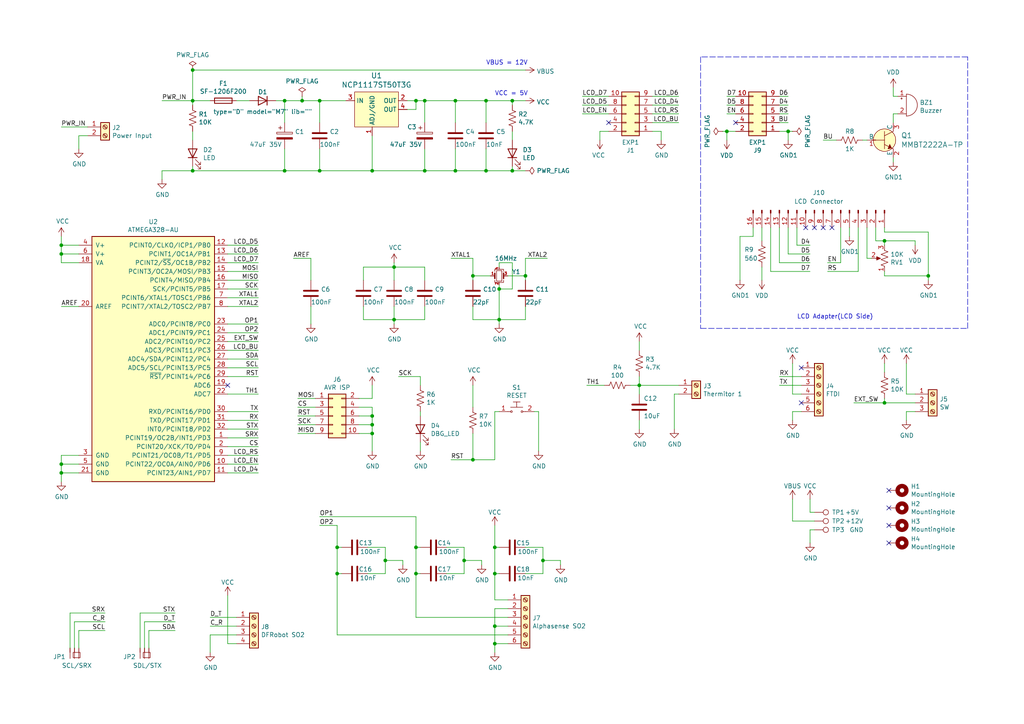
<source format=kicad_sch>
(kicad_sch (version 20211123) (generator eeschema)
  (paper "A4")
  (title_block (title "SO2 Gas Sensor Developer Kit") (date "2022-11-02") (rev "1.1") (company "Yamagata University") (comment 1 "Samiul"))
  (lib_symbols
    (symbol "Connector:Conn_01x16_Male" (pin_names (offset 1.016) hide)
      (property "Reference" "J" (at 0 20.32 0))
      (property "Value" "Conn_01x16_Male" (at 0 -22.86 0))
      (symbol "Conn_01x16_Male_1_1"
        (pin passive line (at 5.08 17.78 180) (length 3.81) (name "Pin_1") (number "1"))
        (pin passive line (at 5.08 -5.08 180) (length 3.81) (name "Pin_10") (number "10"))
        (pin passive line (at 5.08 -7.62 180) (length 3.81) (name "Pin_11") (number "11"))
        (pin passive line (at 5.08 -10.16 180) (length 3.81) (name "Pin_12") (number "12"))
        (pin passive line (at 5.08 -12.7 180) (length 3.81) (name "Pin_13") (number "13"))
        (pin passive line (at 5.08 -15.24 180) (length 3.81) (name "Pin_14") (number "14"))
        (pin passive line (at 5.08 -17.78 180) (length 3.81) (name "Pin_15") (number "15"))
        (pin passive line (at 5.08 -20.32 180) (length 3.81) (name "Pin_16") (number "16"))
        (pin passive line (at 5.08 15.24 180) (length 3.81) (name "Pin_2") (number "2"))
        (pin passive line (at 5.08 12.7 180) (length 3.81) (name "Pin_3") (number "3"))
        (pin passive line (at 5.08 10.16 180) (length 3.81) (name "Pin_4") (number "4"))
        (pin passive line (at 5.08 7.62 180) (length 3.81) (name "Pin_5") (number "5"))
        (pin passive line (at 5.08 5.08 180) (length 3.81) (name "Pin_6") (number "6"))
        (pin passive line (at 5.08 2.54 180) (length 3.81) (name "Pin_7") (number "7"))
        (pin passive line (at 5.08 0 180) (length 3.81) (name "Pin_8") (number "8"))
        (pin passive line (at 5.08 -2.54 180) (length 3.81) (name "Pin_9") (number "9"))
      )
    )
    (symbol "Connector:Screw_Terminal_01x02" (pin_names (offset 1.016) hide)
      (property "Reference" "J" (at 0 2.54 0))
      (property "Value" "Screw_Terminal_01x02" (at 0 -5.08 0))
      (symbol "Screw_Terminal_01x02_1_1"
        (pin passive line (at -5.08 0 0) (length 3.81) (name "Pin_1") (number "1"))
        (pin passive line (at -5.08 -2.54 0) (length 3.81) (name "Pin_2") (number "2"))
      )
    )
    (symbol "Connector:Screw_Terminal_01x03" (pin_names (offset 1.016) hide)
      (property "Reference" "J" (at 0 5.08 0))
      (property "Value" "Screw_Terminal_01x03" (at 0 -5.08 0))
      (symbol "Screw_Terminal_01x03_1_1"
        (pin passive line (at -5.08 2.54 0) (length 3.81) (name "Pin_1") (number "1"))
        (pin passive line (at -5.08 0 0) (length 3.81) (name "Pin_2") (number "2"))
        (pin passive line (at -5.08 -2.54 0) (length 3.81) (name "Pin_3") (number "3"))
      )
    )
    (symbol "Connector:Screw_Terminal_01x04" (pin_names (offset 1.016) hide)
      (property "Reference" "J" (at 0 5.08 0))
      (property "Value" "Screw_Terminal_01x04" (at 0 -7.62 0))
      (symbol "Screw_Terminal_01x04_1_1"
        (pin passive line (at -5.08 2.54 0) (length 3.81) (name "Pin_1") (number "1"))
        (pin passive line (at -5.08 0 0) (length 3.81) (name "Pin_2") (number "2"))
        (pin passive line (at -5.08 -2.54 0) (length 3.81) (name "Pin_3") (number "3"))
        (pin passive line (at -5.08 -5.08 0) (length 3.81) (name "Pin_4") (number "4"))
      )
    )
    (symbol "Connector:Screw_Terminal_01x06" (pin_names (offset 1.016) hide)
      (property "Reference" "J" (at 0 7.62 0))
      (property "Value" "Screw_Terminal_01x06" (at 0 -10.16 0))
      (symbol "Screw_Terminal_01x06_1_1"
        (pin passive line (at -5.08 5.08 0) (length 3.81) (name "Pin_1") (number "1"))
        (pin passive line (at -5.08 2.54 0) (length 3.81) (name "Pin_2") (number "2"))
        (pin passive line (at -5.08 0 0) (length 3.81) (name "Pin_3") (number "3"))
        (pin passive line (at -5.08 -2.54 0) (length 3.81) (name "Pin_4") (number "4"))
        (pin passive line (at -5.08 -5.08 0) (length 3.81) (name "Pin_5") (number "5"))
        (pin passive line (at -5.08 -7.62 0) (length 3.81) (name "Pin_6") (number "6"))
      )
    )
    (symbol "Connector:TestPoint" (pin_numbers hide) (pin_names (offset 0.762) hide)
      (property "Reference" "TP" (at 0 6.858 0))
      (property "Value" "TestPoint" (at 0 5.08 0))
      (symbol "TestPoint_1_1"
        (pin passive line (at 0 0 90) (length 2.54) (name "1") (number "1"))
      )
    )
    (symbol "Connector_Generic:Conn_02x05_Odd_Even" (pin_names (offset 1.016) hide)
      (property "Reference" "J" (at 1.27 7.62 0))
      (property "Value" "Conn_02x05_Odd_Even" (at 1.27 -7.62 0))
      (symbol "Conn_02x05_Odd_Even_1_1"
        (pin passive line (at -5.08 5.08 0) (length 3.81) (name "Pin_1") (number "1"))
        (pin passive line (at 7.62 -5.08 180) (length 3.81) (name "Pin_10") (number "10"))
        (pin passive line (at 7.62 5.08 180) (length 3.81) (name "Pin_2") (number "2"))
        (pin passive line (at -5.08 2.54 0) (length 3.81) (name "Pin_3") (number "3"))
        (pin passive line (at 7.62 2.54 180) (length 3.81) (name "Pin_4") (number "4"))
        (pin passive line (at -5.08 0 0) (length 3.81) (name "Pin_5") (number "5"))
        (pin passive line (at 7.62 0 180) (length 3.81) (name "Pin_6") (number "6"))
        (pin passive line (at -5.08 -2.54 0) (length 3.81) (name "Pin_7") (number "7"))
        (pin passive line (at 7.62 -2.54 180) (length 3.81) (name "Pin_8") (number "8"))
        (pin passive line (at -5.08 -5.08 0) (length 3.81) (name "Pin_9") (number "9"))
      )
    )
    (symbol "Device:Buzzer" (pin_names (offset 0.0254) hide)
      (property "Reference" "BZ" (at 3.81 1.27 0))
      (property "Value" "Buzzer" (at 3.81 -1.27 0))
      (symbol "Buzzer_1_1"
        (pin passive line (at -2.54 2.54 0) (length 2.54) (name "-") (number "1"))
        (pin passive line (at -2.54 -2.54 0) (length 2.54) (name "+") (number "2"))
      )
    )
    (symbol "Device:C" (pin_numbers hide) (pin_names (offset 0.254))
      (property "Reference" "C" (at 0.635 2.54 0))
      (property "Value" "C" (at 0.635 -2.54 0))
      (symbol "C_1_1"
        (pin passive line (at 0 3.81 270) (length 2.794) (name "~") (number "1"))
        (pin passive line (at 0 -3.81 90) (length 2.794) (name "~") (number "2"))
      )
    )
    (symbol "Device:Crystal_GND24_Small" (pin_names (offset 1.016) hide)
      (property "Reference" "Y" (at 1.27 4.445 0))
      (property "Value" "Crystal_GND24_Small" (at 1.27 2.54 0))
      (symbol "Crystal_GND24_Small_1_1"
        (pin passive line (at -2.54 0 0) (length 1.27) (name "1") (number "1"))
        (pin passive line (at 0 -2.54 90) (length 0.635) (name "2") (number "2"))
        (pin passive line (at 2.54 0 180) (length 1.27) (name "3") (number "3"))
        (pin passive line (at 0 2.54 270) (length 0.635) (name "4") (number "4"))
      )
    )
    (symbol "Device:Fuse" (pin_numbers hide) (pin_names (offset 0))
      (property "Reference" "F" (at 2.032 0 90))
      (property "Value" "Fuse" (at -1.905 0 90))
      (symbol "Fuse_1_1"
        (pin passive line (at 0 3.81 270) (length 1.27) (name "~") (number "1"))
        (pin passive line (at 0 -3.81 90) (length 1.27) (name "~") (number "2"))
      )
    )
    (symbol "Device:LED" (pin_numbers hide) (pin_names (offset 1.016) hide)
      (property "Reference" "D" (at 0 2.54 0))
      (property "Value" "LED" (at 0 -2.54 0))
      (symbol "LED_1_1"
        (pin passive line (at -3.81 0 0) (length 2.54) (name "K") (number "1"))
        (pin passive line (at 3.81 0 180) (length 2.54) (name "A") (number "2"))
      )
    )
    (symbol "Device:R_US" (pin_numbers hide) (pin_names (offset 0))
      (property "Reference" "R" (at 2.54 0 90))
      (property "Value" "R_US" (at -2.54 0 90))
      (symbol "R_US_1_1"
        (pin passive line (at 0 3.81 270) (length 1.27) (name "~") (number "1"))
        (pin passive line (at 0 -3.81 90) (length 1.27) (name "~") (number "2"))
      )
    )
    (symbol "Diode:1N4007" (pin_numbers hide) (pin_names hide)
      (property "Reference" "D" (at 0 2.54 0))
      (property "Value" "1N4007" (at 0 -2.54 0))
      (symbol "1N4007_1_1"
        (pin passive line (at -3.81 0 0) (length 2.54) (name "K") (number "1"))
        (pin passive line (at 3.81 0 180) (length 2.54) (name "A") (number "2"))
      )
    )
    (symbol "Mechanical:MountingHole_Pad" (pin_numbers hide) (pin_names (offset 1.016) hide)
      (property "Reference" "H" (at 0 6.35 0))
      (property "Value" "MountingHole_Pad" (at 0 4.445 0))
      (symbol "MountingHole_Pad_1_1"
        (pin input line (at 0 -2.54 90) (length 2.54) (name "1") (number "1"))
      )
    )
    (symbol "SO2-Gas-Sensor-Developer-Kit_V1.0-rescue:ATMEGA328-AU-Atmel" (pin_names (offset 1.016))
      (property "Reference" "U" (at 0 39.37 0))
      (property "Value" "ATMEGA328-AU-Atmel" (at 0 36.83 0))
      (symbol "ATMEGA328-AU-Atmel_1_1"
        (pin tri_state line (at 21.59 -22.86 180) (length 3.81) (name "PCINT19/OC2B/INT1/PD3") (number "1"))
        (pin tri_state line (at 21.59 -30.48 180) (length 3.81) (name "PCINT22/OC0A/AIN0/PD6") (number "10"))
        (pin tri_state line (at 21.59 -33.02 180) (length 3.81) (name "PCINT23/AIN1/PD7") (number "11"))
        (pin tri_state line (at 21.59 33.02 180) (length 3.81) (name "PCINT0/CLKO/ICP1/PB0") (number "12"))
        (pin tri_state line (at 21.59 30.48 180) (length 3.81) (name "PCINT1/OC1A/PB1") (number "13"))
        (pin tri_state line (at 21.59 27.94 180) (length 3.81) (name "PCINT2/~{SS}/OC1B/PB2") (number "14"))
        (pin tri_state line (at 21.59 25.4 180) (length 3.81) (name "PCINT3/OC2A/MOSI/PB3") (number "15"))
        (pin tri_state line (at 21.59 22.86 180) (length 3.81) (name "PCINT4/MISO/PB4") (number "16"))
        (pin tri_state line (at 21.59 20.32 180) (length 3.81) (name "SCK/PCINT5/PB5") (number "17"))
        (pin power_in line (at -21.59 27.94 0) (length 3.81) (name "VA") (number "18"))
        (pin input line (at 21.59 -7.62 180) (length 3.81) (name "ADC6") (number "19"))
        (pin tri_state line (at 21.59 -25.4 180) (length 3.81) (name "PCINT20/XCK/T0/PD4") (number "2"))
        (pin input line (at -21.59 15.24 0) (length 3.81) (name "AREF") (number "20"))
        (pin power_in line (at -21.59 -33.02 0) (length 3.81) (name "GND") (number "21"))
        (pin input line (at 21.59 -10.16 180) (length 3.81) (name "ADC7") (number "22"))
        (pin tri_state line (at 21.59 10.16 180) (length 3.81) (name "ADC0/PCINT8/PC0") (number "23"))
        (pin tri_state line (at 21.59 7.62 180) (length 3.81) (name "ADC1/PCINT9/PC1") (number "24"))
        (pin tri_state line (at 21.59 5.08 180) (length 3.81) (name "ADC2/PCINT10/PC2") (number "25"))
        (pin tri_state line (at 21.59 2.54 180) (length 3.81) (name "ADC3/PCINT11/PC3") (number "26"))
        (pin tri_state line (at 21.59 0 180) (length 3.81) (name "ADC4/SDA/PCINT12/PC4") (number "27"))
        (pin tri_state line (at 21.59 -2.54 180) (length 3.81) (name "ADC5/SCL/PCINT13/PC5") (number "28"))
        (pin tri_state line (at 21.59 -5.08 180) (length 3.81) (name "~{RST}/PCINT14/PC6") (number "29"))
        (pin power_in line (at -21.59 -27.94 0) (length 3.81) (name "GND") (number "3"))
        (pin tri_state line (at 21.59 -15.24 180) (length 3.81) (name "RXD/PCINT16/PD0") (number "30"))
        (pin tri_state line (at 21.59 -17.78 180) (length 3.81) (name "TXD/PCINT17/PD1") (number "31"))
        (pin tri_state line (at 21.59 -20.32 180) (length 3.81) (name "INT0/PCINT18/PD2") (number "32"))
        (pin power_in line (at -21.59 33.02 0) (length 3.81) (name "V+") (number "4"))
        (pin power_in line (at -21.59 -30.48 0) (length 3.81) (name "GND") (number "5"))
        (pin power_in line (at -21.59 30.48 0) (length 3.81) (name "V+") (number "6"))
        (pin tri_state line (at 21.59 17.78 180) (length 3.81) (name "PCINT6/XTAL1/TOSC1/PB6") (number "7"))
        (pin tri_state line (at 21.59 15.24 180) (length 3.81) (name "PCINT7/XTAL2/TOSC2/PB7") (number "8"))
        (pin tri_state line (at 21.59 -27.94 180) (length 3.81) (name "PCINT21/OC0B/T1/PD5") (number "9"))
      )
    )
    (symbol "SO2-Gas-Sensor-Developer-Kit_V1.0-rescue:CP-Device" (pin_numbers hide) (pin_names (offset 0.254))
      (property "Reference" "C" (at 0.635 2.54 0))
      (property "Value" "CP-Device" (at 0.635 -2.54 0))
      (symbol "CP-Device_1_1"
        (pin passive line (at 0 3.81 270) (length 2.794) (name "~") (number "1"))
        (pin passive line (at 0 -3.81 90) (length 2.794) (name "~") (number "2"))
      )
    )
    (symbol "SO2-Gas-Sensor-Developer-Kit_V1.0-rescue:GPTS203211B-dk_Pushbutton-Switches" (pin_names (offset 1.016))
      (property "Reference" "S" (at -3.81 3.81 0))
      (property "Value" "GPTS203211B-dk_Pushbutton-Switches" (at 0 -2.54 0))
      (symbol "GPTS203211B-dk_Pushbutton-Switches_1_1"
        (pin passive line (at -5.08 0 0) (length 2.54) (name "~") (number "1"))
        (pin passive line (at 5.08 0 180) (length 2.54) (name "~") (number "2"))
      )
    )
    (symbol "SO2-Gas-Sensor-Developer-Kit_V1.0-rescue:JUMPER3-pcb" (pin_numbers hide) (pin_names (offset 1.016))
      (property "Reference" "JP" (at 0 6.35 0))
      (property "Value" "JUMPER3-pcb" (at 0 3.81 0))
      (symbol "JUMPER3-pcb_1_1"
        (pin input line (at -1.27 -1.27 90) (length 1.27) (name "~") (number "1"))
        (pin input line (at 0 -1.27 90) (length 1.27) (name "~") (number "2"))
        (pin input line (at 1.27 -1.27 90) (length 1.27) (name "~") (number "3"))
      )
    )
    (symbol "SO2-Gas-Sensor-Developer-Kit_V1.0-rescue:MMBT2222A-TP-dk_Transistors-Bipolar-BJT-Single" (pin_names (offset 0))
      (property "Reference" "Q" (at -3.2004 4.2164 0))
      (property "Value" "MMBT2222A-TP-dk_Transistors-Bipolar-BJT-Single" (at 5.2324 0 90))
      (symbol "MMBT2222A-TP-dk_Transistors-Bipolar-BJT-Single_1_1"
        (pin input line (at -5.08 0 0) (length 2.54) (name "B") (number "1"))
        (pin passive line (at 2.54 -5.08 90) (length 2.54) (name "E") (number "2"))
        (pin passive line (at 2.54 5.08 270) (length 2.54) (name "C") (number "3"))
      )
    )
    (symbol "SO2-Gas-Sensor-Developer-Kit_V1.0-rescue:NCP1117ST50T3G-dk_PMIC-Voltage-Regulators-Linear"
      (property "Reference" "U" (at 0 3.81 0))
      (property "Value" "NCP1117ST50T3G-dk_PMIC-Voltage-Regulators-Linear" (at 0 6.35 0))
      (symbol "NCP1117ST50T3G-dk_PMIC-Voltage-Regulators-Linear_1_1"
        (pin power_in line (at 0 -10.16 90) (length 2.54) (name "ADJ/GND") (number "1"))
        (pin power_out line (at 10.16 0 180) (length 2.54) (name "OUT") (number "2"))
        (pin power_in line (at -7.62 0 0) (length 2.54) (name "IN") (number "3"))
        (pin power_out line (at 10.16 -2.54 180) (length 2.54) (name "OUT") (number "4"))
      )
    )
    (symbol "SO2-Gas-Sensor-Developer-Kit_V1.0-rescue:R_POT_US-Device" (pin_names (offset 1.016) hide)
      (property "Reference" "RV" (at -4.445 0 90))
      (property "Value" "R_POT_US-Device" (at -2.54 0 90))
      (symbol "R_POT_US-Device_1_1"
        (pin passive line (at 0 3.81 270) (length 1.27) (name "1") (number "1"))
        (pin passive line (at 3.81 0 180) (length 1.27) (name "2") (number "2"))
        (pin passive line (at 0 -3.81 90) (length 1.27) (name "3") (number "3"))
      )
    )
    (symbol "power:GND" (power) (pin_names (offset 0))
      (property "Value" "GND" (at 0 -3.81 0))
      (symbol "GND_1_1"
        (pin power_in line (at 0 0 270) (length 0) hide (name "GND") (number "1"))
      )
    )
    (symbol "power:GND1" (power) (pin_names (offset 0))
      (property "Value" "GND1" (at 0 -3.81 0))
      (symbol "GND1_1_1"
        (pin power_in line (at 0 0 270) (length 0) hide (name "GND1") (number "1"))
      )
    )
    (symbol "power:PWR_FLAG" (power) (pin_numbers hide) (pin_names (offset 0) hide)
      (property "Value" "PWR_FLAG" (at 0 3.81 0))
      (symbol "PWR_FLAG_0_0"
        (pin power_out line (at 0 0 90) (length 0) (name "pwr") (number "1"))
      )
    )
    (symbol "power:VBUS" (power) (pin_names (offset 0))
      (property "Value" "VBUS" (at 0 3.81 0))
      (symbol "VBUS_1_1"
        (pin power_in line (at 0 0 90) (length 0) hide (name "VBUS") (number "1"))
      )
    )
    (symbol "power:VCC" (power) (pin_names (offset 0))
      (property "Value" "VCC" (at 0 3.81 0))
      (symbol "VCC_1_1"
        (pin power_in line (at 0 0 90) (length 0) hide (name "VCC") (number "1"))
      )
    )
    (symbol "power:VDD" (power) (pin_names (offset 0))
      (property "Value" "VDD" (at 0 3.81 0))
      (symbol "VDD_1_1"
        (pin power_in line (at 0 0 90) (length 0) hide (name "VDD") (number "1"))
      )
    )
  )
  (junction (at 55.88 29.21))
  (junction (at 87.63 29.21))
  (junction (at 123.19 29.21))
  (junction (at 137.16 133.35))
  (junction (at 152.4 80.01))
  (junction (at 107.95 125.73))
  (junction (at 134.62 162.56))
  (junction (at 143.51 186.69))
  (junction (at 17.78 134.62))
  (junction (at 185.42 111.76))
  (junction (at 228.6 38.1))
  (junction (at 120.65 166.37))
  (junction (at 157.48 162.56))
  (junction (at 111.76 162.56))
  (junction (at 210.82 38.1))
  (junction (at 120.65 158.75))
  (junction (at 132.08 49.53))
  (junction (at 17.78 73.66))
  (junction (at 55.88 20.32))
  (junction (at 82.55 49.53))
  (junction (at 120.65 29.21))
  (junction (at 269.24 80.01))
  (junction (at 256.54 116.84))
  (junction (at 92.71 29.21))
  (junction (at 144.78 83.82))
  (junction (at 55.88 49.53))
  (junction (at 148.59 49.53))
  (junction (at 256.54 69.85))
  (junction (at 97.79 158.75))
  (junction (at 17.78 71.12))
  (junction (at 143.51 181.61))
  (junction (at 140.97 29.21))
  (junction (at 137.16 80.01))
  (junction (at 114.3 77.47))
  (junction (at 144.78 92.71))
  (junction (at 132.08 29.21))
  (junction (at 82.55 29.21))
  (junction (at 17.78 137.16))
  (junction (at 92.71 49.53))
  (junction (at 107.95 120.65))
  (junction (at 143.51 166.37))
  (junction (at 148.59 29.21))
  (junction (at 107.95 123.19))
  (junction (at 123.19 49.53))
  (junction (at 107.95 49.53))
  (junction (at 140.97 49.53))
  (junction (at 143.51 158.75))
  (junction (at 97.79 166.37))
  (junction (at 114.3 92.71))
  (no_connect (at 238.76 66.04))
  (no_connect (at 236.22 66.04))
  (no_connect (at 233.68 66.04))
  (no_connect (at 241.3 66.04))
  (no_connect (at 232.41 106.68))
  (no_connect (at 257.81 142.24))
  (no_connect (at 257.81 147.32))
  (no_connect (at 176.53 35.56))
  (no_connect (at 213.36 35.56))
  (no_connect (at 257.81 157.48))
  (no_connect (at 232.41 116.84))
  (no_connect (at 66.04 111.76))
  (no_connect (at 257.81 152.4))
  (wire (pts (xy 111.76 162.56) (xy 116.84 162.56)))
  (wire (pts (xy 85.09 74.93) (xy 90.17 74.93)))
  (wire (pts (xy 55.88 49.53) (xy 55.88 48.26)))
  (wire (pts (xy 120.65 29.21) (xy 123.19 29.21)))
  (wire (pts (xy 234.95 148.59) (xy 234.95 144.78)))
  (wire (pts (xy 68.58 181.61) (xy 60.96 181.61)))
  (wire (pts (xy 228.6 38.1) (xy 226.06 38.1)))
  (wire (pts (xy 226.06 27.94) (xy 228.6 27.94)))
  (wire (pts (xy 189.23 30.48) (xy 196.85 30.48)))
  (wire (pts (xy 265.43 69.85) (xy 265.43 71.12)))
  (wire (pts (xy 17.78 88.9) (xy 22.86 88.9)))
  (wire (pts (xy 189.23 33.02) (xy 196.85 33.02)))
  (wire (pts (xy 55.88 29.21) (xy 55.88 20.32)))
  (wire (pts (xy 132.08 29.21) (xy 140.97 29.21)))
  (wire (pts (xy 152.4 92.71) (xy 152.4 88.9)))
  (wire (pts (xy 254 69.85) (xy 256.54 69.85)))
  (wire (pts (xy 114.3 92.71) (xy 105.41 92.71)))
  (wire (pts (xy 17.78 73.66) (xy 22.86 73.66)))
  (wire (pts (xy 256.54 69.85) (xy 256.54 71.12)))
  (wire (pts (xy 195.58 124.46) (xy 195.58 114.3)))
  (wire (pts (xy 66.04 78.74) (xy 74.93 78.74)))
  (wire (pts (xy 262.89 114.3) (xy 265.43 114.3)))
  (wire (pts (xy 66.04 96.52) (xy 74.93 96.52)))
  (wire (pts (xy 20.32 177.8) (xy 30.48 177.8)))
  (wire (pts (xy 147.32 173.99) (xy 143.51 173.99)))
  (wire (pts (xy 17.78 68.58) (xy 17.78 71.12)))
  (wire (pts (xy 140.97 43.18) (xy 140.97 49.53)))
  (wire (pts (xy 90.17 88.9) (xy 90.17 93.98)))
  (wire (pts (xy 41.91 180.34) (xy 50.8 180.34)))
  (wire (pts (xy 256.54 80.01) (xy 269.24 80.01)))
  (wire (pts (xy 104.14 125.73) (xy 107.95 125.73)))
  (wire (pts (xy 246.38 66.04) (xy 246.38 68.58)))
  (wire (pts (xy 240.03 76.2) (xy 243.84 76.2)))
  (wire (pts (xy 120.65 166.37) (xy 120.65 179.07)))
  (wire (pts (xy 262.89 119.38) (xy 262.89 121.92)))
  (wire (pts (xy 152.4 80.01) (xy 152.4 81.28)))
  (wire (pts (xy 157.48 166.37) (xy 152.4 166.37)))
  (wire (pts (xy 114.3 77.47) (xy 123.19 77.47)))
  (wire (pts (xy 17.78 132.08) (xy 17.78 134.62)))
  (wire (pts (xy 114.3 81.28) (xy 114.3 77.47)))
  (wire (pts (xy 114.3 93.98) (xy 114.3 92.71)))
  (wire (pts (xy 213.36 38.1) (xy 210.82 38.1)))
  (wire (pts (xy 232.41 109.22) (xy 226.06 109.22)))
  (wire (pts (xy 220.98 77.47) (xy 220.98 81.28)))
  (wire (pts (xy 256.54 67.31) (xy 269.24 67.31)))
  (wire (pts (xy 209.55 38.1) (xy 210.82 38.1)))
  (wire (pts (xy 168.91 30.48) (xy 176.53 30.48)))
  (wire (pts (xy 123.19 88.9) (xy 123.19 92.71)))
  (wire (pts (xy 248.92 78.74) (xy 248.92 66.04)))
  (wire (pts (xy 137.16 80.01) (xy 142.24 80.01)))
  (wire (pts (xy 120.65 158.75) (xy 121.92 158.75)))
  (wire (pts (xy 256.54 66.04) (xy 256.54 67.31)))
  (wire (pts (xy 148.59 29.21) (xy 148.59 30.48)))
  (wire (pts (xy 189.23 35.56) (xy 196.85 35.56)))
  (wire (pts (xy 226.06 76.2) (xy 234.95 76.2)))
  (wire (pts (xy 143.51 186.69) (xy 143.51 189.23)))
  (wire (pts (xy 168.91 33.02) (xy 176.53 33.02)))
  (wire (pts (xy 120.65 149.86) (xy 120.65 158.75)))
  (wire (pts (xy 156.21 119.38) (xy 156.21 130.81)))
  (wire (pts (xy 22.86 182.88) (xy 30.48 182.88)))
  (wire (pts (xy 143.51 173.99) (xy 143.51 166.37)))
  (wire (pts (xy 17.78 76.2) (xy 22.86 76.2)))
  (wire (pts (xy 129.54 158.75) (xy 134.62 158.75)))
  (wire (pts (xy 114.3 92.71) (xy 123.19 92.71)))
  (wire (pts (xy 173.99 38.1) (xy 173.99 40.64)))
  (wire (pts (xy 121.92 120.65) (xy 121.92 119.38)))
  (wire (pts (xy 210.82 40.64) (xy 210.82 38.1)))
  (wire (pts (xy 92.71 43.18) (xy 92.71 49.53)))
  (wire (pts (xy 91.44 118.11) (xy 86.36 118.11)))
  (wire (pts (xy 132.08 35.56) (xy 132.08 29.21)))
  (wire (pts (xy 40.64 177.8) (xy 50.8 177.8)))
  (wire (pts (xy 92.71 49.53) (xy 107.95 49.53)))
  (wire (pts (xy 104.14 120.65) (xy 107.95 120.65)))
  (wire (pts (xy 147.32 80.01) (xy 152.4 80.01)))
  (wire (pts (xy 148.59 49.53) (xy 148.59 48.26)))
  (wire (pts (xy 22.86 137.16) (xy 17.78 137.16)))
  (wire (pts (xy 269.24 67.31) (xy 269.24 80.01)))
  (wire (pts (xy 195.58 114.3) (xy 196.85 114.3)))
  (polyline (pts (xy 203.2 16.51) (xy 203.2 95.25)))
  (wire (pts (xy 66.04 129.54) (xy 74.93 129.54)))
  (wire (pts (xy 154.94 119.38) (xy 156.21 119.38)))
  (wire (pts (xy 134.62 158.75) (xy 134.62 162.56)))
  (wire (pts (xy 256.54 116.84) (xy 256.54 115.57)))
  (wire (pts (xy 137.16 125.73) (xy 137.16 133.35)))
  (wire (pts (xy 66.04 124.46) (xy 74.93 124.46)))
  (wire (pts (xy 226.06 30.48) (xy 228.6 30.48)))
  (wire (pts (xy 87.63 29.21) (xy 92.71 29.21)))
  (wire (pts (xy 269.24 80.01) (xy 269.24 81.28)))
  (wire (pts (xy 228.6 38.1) (xy 229.87 38.1)))
  (wire (pts (xy 213.36 33.02) (xy 210.82 33.02)))
  (wire (pts (xy 250.19 40.64) (xy 251.46 40.64)))
  (wire (pts (xy 256.54 105.41) (xy 256.54 107.95)))
  (wire (pts (xy 256.54 78.74) (xy 256.54 80.01)))
  (wire (pts (xy 223.52 66.04) (xy 223.52 78.74)))
  (wire (pts (xy 123.19 49.53) (xy 132.08 49.53)))
  (wire (pts (xy 185.42 111.76) (xy 185.42 114.3)))
  (wire (pts (xy 223.52 78.74) (xy 234.95 78.74)))
  (wire (pts (xy 243.84 66.04) (xy 243.84 76.2)))
  (wire (pts (xy 41.91 187.96) (xy 41.91 180.34)))
  (wire (pts (xy 107.95 39.37) (xy 107.95 49.53)))
  (wire (pts (xy 228.6 38.1) (xy 228.6 40.64)))
  (wire (pts (xy 97.79 152.4) (xy 97.79 158.75)))
  (wire (pts (xy 144.78 76.2) (xy 148.59 76.2)))
  (wire (pts (xy 97.79 166.37) (xy 97.79 184.15)))
  (wire (pts (xy 147.32 184.15) (xy 97.79 184.15)))
  (wire (pts (xy 162.56 162.56) (xy 162.56 163.83)))
  (wire (pts (xy 144.78 92.71) (xy 144.78 93.98)))
  (wire (pts (xy 140.97 29.21) (xy 148.59 29.21)))
  (wire (pts (xy 148.59 38.1) (xy 148.59 40.64)))
  (wire (pts (xy 157.48 158.75) (xy 157.48 162.56)))
  (wire (pts (xy 92.71 29.21) (xy 100.33 29.21)))
  (wire (pts (xy 118.11 31.75) (xy 120.65 31.75)))
  (wire (pts (xy 82.55 49.53) (xy 92.71 49.53)))
  (wire (pts (xy 55.88 49.53) (xy 82.55 49.53)))
  (wire (pts (xy 66.04 83.82) (xy 74.93 83.82)))
  (wire (pts (xy 43.18 187.96) (xy 43.18 182.88)))
  (wire (pts (xy 66.04 101.6) (xy 74.93 101.6)))
  (wire (pts (xy 21.59 187.96) (xy 21.59 180.34)))
  (wire (pts (xy 234.95 157.48) (xy 234.95 153.67)))
  (wire (pts (xy 66.04 88.9) (xy 74.93 88.9)))
  (wire (pts (xy 55.88 29.21) (xy 55.88 30.48)))
  (polyline (pts (xy 203.2 95.25) (xy 280.67 95.25)))
  (wire (pts (xy 46.99 49.53) (xy 55.88 49.53)))
  (wire (pts (xy 66.04 134.62) (xy 74.93 134.62)))
  (wire (pts (xy 232.41 111.76) (xy 226.06 111.76)))
  (wire (pts (xy 114.3 76.2) (xy 114.3 77.47)))
  (wire (pts (xy 134.62 166.37) (xy 129.54 166.37)))
  (wire (pts (xy 147.32 179.07) (xy 120.65 179.07)))
  (wire (pts (xy 66.04 81.28) (xy 74.93 81.28)))
  (wire (pts (xy 152.4 74.93) (xy 158.75 74.93)))
  (wire (pts (xy 175.26 111.76) (xy 170.18 111.76)))
  (wire (pts (xy 66.04 71.12) (xy 74.93 71.12)))
  (wire (pts (xy 144.78 119.38) (xy 143.51 119.38)))
  (wire (pts (xy 185.42 99.06) (xy 185.42 101.6)))
  (wire (pts (xy 92.71 152.4) (xy 97.79 152.4)))
  (wire (pts (xy 182.88 111.76) (xy 185.42 111.76)))
  (wire (pts (xy 254 66.04) (xy 254 69.85)))
  (wire (pts (xy 97.79 166.37) (xy 99.06 166.37)))
  (wire (pts (xy 259.08 45.72) (xy 259.08 46.99)))
  (wire (pts (xy 107.95 118.11) (xy 107.95 120.65)))
  (wire (pts (xy 55.88 20.32) (xy 152.4 20.32)))
  (wire (pts (xy 240.03 78.74) (xy 248.92 78.74)))
  (wire (pts (xy 55.88 38.1) (xy 55.88 40.64)))
  (wire (pts (xy 107.95 123.19) (xy 107.95 125.73)))
  (wire (pts (xy 256.54 69.85) (xy 265.43 69.85)))
  (wire (pts (xy 137.16 80.01) (xy 137.16 74.93)))
  (wire (pts (xy 111.76 158.75) (xy 111.76 162.56)))
  (wire (pts (xy 148.59 76.2) (xy 148.59 83.82)))
  (wire (pts (xy 191.77 40.64) (xy 191.77 38.1)))
  (wire (pts (xy 66.04 99.06) (xy 74.93 99.06)))
  (wire (pts (xy 86.36 123.19) (xy 91.44 123.19)))
  (wire (pts (xy 66.04 132.08) (xy 74.93 132.08)))
  (wire (pts (xy 157.48 162.56) (xy 157.48 166.37)))
  (wire (pts (xy 66.04 104.14) (xy 74.93 104.14)))
  (wire (pts (xy 134.62 162.56) (xy 134.62 166.37)))
  (wire (pts (xy 66.04 114.3) (xy 74.93 114.3)))
  (wire (pts (xy 92.71 149.86) (xy 120.65 149.86)))
  (wire (pts (xy 137.16 118.11) (xy 137.16 111.76)))
  (wire (pts (xy 86.36 115.57) (xy 91.44 115.57)))
  (wire (pts (xy 132.08 49.53) (xy 140.97 49.53)))
  (wire (pts (xy 229.87 114.3) (xy 232.41 114.3)))
  (wire (pts (xy 144.78 83.82) (xy 144.78 82.55)))
  (wire (pts (xy 120.65 158.75) (xy 120.65 166.37)))
  (polyline (pts (xy 280.67 16.51) (xy 203.2 16.51)))
  (wire (pts (xy 66.04 86.36) (xy 74.93 86.36)))
  (wire (pts (xy 148.59 83.82) (xy 144.78 83.82)))
  (wire (pts (xy 97.79 158.75) (xy 99.06 158.75)))
  (wire (pts (xy 121.92 128.27) (xy 121.92 130.81)))
  (wire (pts (xy 17.78 76.2) (xy 17.78 73.66)))
  (wire (pts (xy 82.55 29.21) (xy 87.63 29.21)))
  (wire (pts (xy 247.65 116.84) (xy 256.54 116.84)))
  (wire (pts (xy 213.36 27.94) (xy 210.82 27.94)))
  (wire (pts (xy 143.51 158.75) (xy 143.51 166.37)))
  (wire (pts (xy 90.17 81.28) (xy 90.17 74.93)))
  (wire (pts (xy 55.88 29.21) (xy 60.96 29.21)))
  (wire (pts (xy 236.22 148.59) (xy 234.95 148.59)))
  (wire (pts (xy 134.62 162.56) (xy 139.7 162.56)))
  (wire (pts (xy 107.95 111.76) (xy 107.95 115.57)))
  (wire (pts (xy 251.46 74.93) (xy 252.73 74.93)))
  (wire (pts (xy 82.55 35.56) (xy 82.55 29.21)))
  (wire (pts (xy 229.87 105.41) (xy 229.87 114.3)))
  (wire (pts (xy 232.41 119.38) (xy 229.87 119.38)))
  (wire (pts (xy 189.23 27.94) (xy 196.85 27.94)))
  (wire (pts (xy 123.19 43.18) (xy 123.19 49.53)))
  (wire (pts (xy 234.95 153.67) (xy 236.22 153.67)))
  (wire (pts (xy 107.95 125.73) (xy 107.95 130.81)))
  (wire (pts (xy 147.32 176.53) (xy 143.51 176.53)))
  (wire (pts (xy 259.08 27.94) (xy 260.35 27.94)))
  (wire (pts (xy 40.64 187.96) (xy 40.64 177.8)))
  (wire (pts (xy 152.4 158.75) (xy 157.48 158.75)))
  (wire (pts (xy 106.68 158.75) (xy 111.76 158.75)))
  (wire (pts (xy 259.08 33.02) (xy 260.35 33.02)))
  (wire (pts (xy 80.01 29.21) (xy 82.55 29.21)))
  (wire (pts (xy 185.42 111.76) (xy 196.85 111.76)))
  (wire (pts (xy 66.04 137.16) (xy 74.93 137.16)))
  (wire (pts (xy 137.16 81.28) (xy 137.16 80.01)))
  (wire (pts (xy 120.65 31.75) (xy 120.65 29.21)))
  (wire (pts (xy 259.08 35.56) (xy 259.08 33.02)))
  (wire (pts (xy 152.4 80.01) (xy 152.4 74.93)))
  (wire (pts (xy 66.04 109.22) (xy 74.93 109.22)))
  (wire (pts (xy 143.51 186.69) (xy 147.32 186.69)))
  (wire (pts (xy 220.98 66.04) (xy 220.98 69.85)))
  (wire (pts (xy 60.96 184.15) (xy 68.58 184.15)))
  (wire (pts (xy 25.4 39.37) (xy 22.86 39.37)))
  (wire (pts (xy 17.78 134.62) (xy 17.78 137.16)))
  (wire (pts (xy 143.51 166.37) (xy 144.78 166.37)))
  (wire (pts (xy 92.71 29.21) (xy 92.71 35.56)))
  (wire (pts (xy 115.57 109.22) (xy 121.92 109.22)))
  (wire (pts (xy 213.36 30.48) (xy 210.82 30.48)))
  (wire (pts (xy 111.76 162.56) (xy 111.76 166.37)))
  (wire (pts (xy 82.55 43.18) (xy 82.55 49.53)))
  (wire (pts (xy 229.87 151.13) (xy 236.22 151.13)))
  (wire (pts (xy 238.76 40.64) (xy 242.57 40.64)))
  (wire (pts (xy 137.16 88.9) (xy 137.16 92.71)))
  (wire (pts (xy 21.59 180.34) (xy 30.48 180.34)))
  (wire (pts (xy 143.51 133.35) (xy 137.16 133.35)))
  (wire (pts (xy 143.51 119.38) (xy 143.51 133.35)))
  (wire (pts (xy 68.58 29.21) (xy 72.39 29.21)))
  (wire (pts (xy 191.77 38.1) (xy 189.23 38.1)))
  (wire (pts (xy 66.04 93.98) (xy 74.93 93.98)))
  (wire (pts (xy 143.51 152.4) (xy 143.51 158.75)))
  (wire (pts (xy 22.86 187.96) (xy 22.86 182.88)))
  (wire (pts (xy 231.14 66.04) (xy 231.14 71.12)))
  (wire (pts (xy 218.44 68.58) (xy 214.63 68.58)))
  (wire (pts (xy 66.04 106.68) (xy 74.93 106.68)))
  (wire (pts (xy 132.08 43.18) (xy 132.08 49.53)))
  (wire (pts (xy 43.18 182.88) (xy 50.8 182.88)))
  (wire (pts (xy 130.81 133.35) (xy 137.16 133.35)))
  (wire (pts (xy 22.86 132.08) (xy 17.78 132.08)))
  (wire (pts (xy 214.63 68.58) (xy 214.63 81.28)))
  (wire (pts (xy 143.51 181.61) (xy 147.32 181.61)))
  (wire (pts (xy 144.78 77.47) (xy 144.78 76.2)))
  (wire (pts (xy 144.78 92.71) (xy 144.78 83.82)))
  (wire (pts (xy 17.78 73.66) (xy 17.78 71.12)))
  (wire (pts (xy 265.43 116.84) (xy 256.54 116.84)))
  (wire (pts (xy 66.04 76.2) (xy 74.93 76.2)))
  (wire (pts (xy 66.04 121.92) (xy 74.93 121.92)))
  (wire (pts (xy 25.4 36.83) (xy 17.78 36.83)))
  (wire (pts (xy 140.97 49.53) (xy 148.59 49.53)))
  (wire (pts (xy 66.04 127) (xy 74.93 127)))
  (wire (pts (xy 87.63 27.94) (xy 87.63 29.21)))
  (wire (pts (xy 104.14 115.57) (xy 107.95 115.57)))
  (wire (pts (xy 60.96 184.15) (xy 60.96 189.23)))
  (wire (pts (xy 226.06 66.04) (xy 226.06 76.2)))
  (wire (pts (xy 22.86 134.62) (xy 17.78 134.62)))
  (wire (pts (xy 66.04 172.72) (xy 66.04 186.69)))
  (wire (pts (xy 17.78 137.16) (xy 17.78 139.7)))
  (wire (pts (xy 114.3 77.47) (xy 105.41 77.47)))
  (wire (pts (xy 97.79 158.75) (xy 97.79 166.37)))
  (wire (pts (xy 137.16 74.93) (xy 130.81 74.93)))
  (wire (pts (xy 251.46 66.04) (xy 251.46 74.93)))
  (wire (pts (xy 116.84 162.56) (xy 116.84 163.83)))
  (wire (pts (xy 168.91 27.94) (xy 176.53 27.94)))
  (wire (pts (xy 86.36 120.65) (xy 91.44 120.65)))
  (wire (pts (xy 111.76 166.37) (xy 106.68 166.37)))
  (wire (pts (xy 66.04 119.38) (xy 74.93 119.38)))
  (wire (pts (xy 228.6 66.04) (xy 228.6 73.66)))
  (wire (pts (xy 265.43 119.38) (xy 262.89 119.38)))
  (wire (pts (xy 139.7 162.56) (xy 139.7 163.83)))
  (wire (pts (xy 143.51 158.75) (xy 144.78 158.75)))
  (wire (pts (xy 123.19 81.28) (xy 123.19 77.47)))
  (wire (pts (xy 152.4 29.21) (xy 148.59 29.21)))
  (wire (pts (xy 144.78 92.71) (xy 152.4 92.71)))
  (wire (pts (xy 143.51 181.61) (xy 143.51 186.69)))
  (wire (pts (xy 105.41 77.47) (xy 105.41 81.28)))
  (wire (pts (xy 66.04 186.69) (xy 68.58 186.69)))
  (wire (pts (xy 66.04 73.66) (xy 74.93 73.66)))
  (wire (pts (xy 218.44 66.04) (xy 218.44 68.58)))
  (wire (pts (xy 17.78 71.12) (xy 22.86 71.12)))
  (wire (pts (xy 140.97 35.56) (xy 140.97 29.21)))
  (wire (pts (xy 104.14 118.11) (xy 107.95 118.11)))
  (wire (pts (xy 231.14 71.12) (xy 234.95 71.12)))
  (wire (pts (xy 118.11 29.21) (xy 120.65 29.21)))
  (wire (pts (xy 152.4 49.53) (xy 148.59 49.53)))
  (wire (pts (xy 121.92 111.76) (xy 121.92 109.22)))
  (wire (pts (xy 176.53 38.1) (xy 173.99 38.1)))
  (polyline (pts (xy 280.67 95.25) (xy 280.67 16.51)))
  (wire (pts (xy 107.95 120.65) (xy 107.95 123.19)))
  (wire (pts (xy 123.19 29.21) (xy 123.19 35.56)))
  (wire (pts (xy 20.32 187.96) (xy 20.32 177.8)))
  (wire (pts (xy 22.86 39.37) (xy 22.86 43.18)))
  (wire (pts (xy 46.99 49.53) (xy 46.99 52.07)))
  (wire (pts (xy 226.06 35.56) (xy 228.6 35.56)))
  (wire (pts (xy 68.58 179.07) (xy 60.96 179.07)))
  (wire (pts (xy 114.3 88.9) (xy 114.3 92.71)))
  (wire (pts (xy 46.99 29.21) (xy 55.88 29.21)))
  (wire (pts (xy 185.42 121.92) (xy 185.42 124.46)))
  (wire (pts (xy 259.08 25.4) (xy 259.08 27.94)))
  (wire (pts (xy 228.6 73.66) (xy 234.95 73.66)))
  (wire (pts (xy 185.42 111.76) (xy 185.42 109.22)))
  (wire (pts (xy 229.87 119.38) (xy 229.87 121.92)))
  (wire (pts (xy 107.95 123.19) (xy 104.14 123.19)))
  (wire (pts (xy 105.41 92.71) (xy 105.41 88.9)))
  (wire (pts (xy 86.36 125.73) (xy 91.44 125.73)))
  (wire (pts (xy 226.06 33.02) (xy 228.6 33.02)))
  (wire (pts (xy 262.89 105.41) (xy 262.89 114.3)))
  (wire (pts (xy 123.19 29.21) (xy 132.08 29.21)))
  (wire (pts (xy 157.48 162.56) (xy 162.56 162.56)))
  (wire (pts (xy 107.95 49.53) (xy 123.19 49.53)))
  (wire (pts (xy 143.51 176.53) (xy 143.51 181.61)))
  (wire (pts (xy 229.87 144.78) (xy 229.87 151.13)))
  (wire (pts (xy 120.65 166.37) (xy 121.92 166.37)))
  (wire (pts (xy 137.16 92.71) (xy 144.78 92.71)))
  (text "LCD Adapter(LCD Side)" (at 231.14 92.71 0) (effects (font (size 1.27 1.27)) (justify left bottom)))
  (text "VCC = 5V\n" (at 143.51 27.94 0) (effects (font (size 1.27 1.27)) (justify left bottom)))
  (text "VBUS = 12V\n" (at 140.97 19.05 0) (effects (font (size 1.27 1.27)) (justify left bottom)))
  (label "TX" (at 74.93 119.38 180))
  (label "LCD_EN" (at 74.93 134.62 180))
  (label "LCD_BU" (at 196.85 35.56 180))
  (label "EN" (at 240.03 76.2 0))
  (label "MOSI" (at 86.36 115.57 0))
  (label "EXT_SW" (at 74.93 99.06 180))
  (label "PWR_IN" (at 17.78 36.83 0))
  (label "RX" (at 74.93 121.92 180))
  (label "OP1" (at 74.93 93.98 180))
  (label "OP2" (at 92.71 152.4 0))
  (label "RX" (at 226.06 109.22 0))
  (label "SRX" (at 74.93 127 180))
  (label "MISO" (at 86.36 125.73 0))
  (label "D4" (at 228.6 30.48 180))
  (label "D7" (at 210.82 27.94 0))
  (label "MOSI" (at 74.93 78.74 180))
  (label "D4" (at 234.95 71.12 180))
  (label "SDA" (at 74.93 104.14 180))
  (label "LCD_RS" (at 196.85 33.02 180))
  (label "C_R" (at 60.96 181.61 0))
  (label "SCK" (at 74.93 83.82 180))
  (label "D5" (at 234.95 73.66 180))
  (label "TH1" (at 74.93 114.3 180))
  (label "C_R" (at 30.48 180.34 180))
  (label "LCD_D4" (at 196.85 30.48 180))
  (label "CS" (at 86.36 118.11 0))
  (label "D_T" (at 50.8 180.34 180))
  (label "LCD_D7" (at 168.91 27.94 0))
  (label "SCK" (at 86.36 123.19 0))
  (label "EN" (at 210.82 33.02 0))
  (label "AREF" (at 85.09 74.93 0))
  (label "D5" (at 210.82 30.48 0))
  (label "D6" (at 234.95 76.2 180))
  (label "SRX" (at 30.48 177.8 180))
  (label "RST" (at 86.36 120.65 0))
  (label "XTAL2" (at 74.93 88.9 180))
  (label "OP2" (at 74.93 96.52 180))
  (label "RST" (at 74.93 109.22 180))
  (label "TX" (at 226.06 111.76 0))
  (label "D_T" (at 60.96 179.07 0))
  (label "SCK" (at 115.57 109.22 0))
  (label "OP1" (at 92.71 149.86 0))
  (label "LCD_D6" (at 74.93 73.66 180))
  (label "XTAL1" (at 74.93 86.36 180))
  (label "STX" (at 50.8 177.8 180))
  (label "LCD_BU" (at 74.93 101.6 180))
  (label "TH1" (at 170.18 111.76 0))
  (label "LCD_D7" (at 74.93 76.2 180))
  (label "LCD_RS" (at 74.93 132.08 180))
  (label "D7" (at 234.95 78.74 180))
  (label "LCD_EN" (at 168.91 33.02 0))
  (label "RS" (at 240.03 78.74 0))
  (label "CS" (at 74.93 129.54 180))
  (label "XTAL1" (at 130.81 74.93 0))
  (label "LCD_D4" (at 74.93 137.16 180))
  (label "SDA" (at 50.8 182.88 180))
  (label "RST" (at 130.81 133.35 0))
  (label "RS" (at 228.6 33.02 180))
  (label "LCD_D5" (at 168.91 30.48 0))
  (label "SCL" (at 74.93 106.68 180))
  (label "MISO" (at 74.93 81.28 180))
  (label "D6" (at 228.6 27.94 180))
  (label "BU" (at 228.6 35.56 180))
  (label "XTAL2" (at 158.75 74.93 180))
  (label "LCD_D5" (at 74.93 71.12 180))
  (label "LCD_D6" (at 196.85 27.94 180))
  (label "BU" (at 238.76 40.64 0))
  (label "SCL" (at 30.48 182.88 180))
  (label "EXT_SW" (at 247.65 116.84 0))
  (label "AREF" (at 17.78 88.9 0))
  (label "STX" (at 74.93 124.46 180))
  (label "PWR_IN" (at 46.99 29.21 0))
  (symbol (lib_id "Device:Fuse") (at 64.77 29.21 270) (unit 1)
    (property "Reference" "F1" (at 64.77 24.2062 90))
    (property "Value" "SF-1206F200" (at 64.77 26.5176 90))
    (property "Footprint" "Fuse:Fuse_1206_3216Metric" (effects hide))
    (property "LCSC Parts #" "C719183" (effects hide))
  )
  (symbol (lib_id "SO2-Gas-Sensor-Developer-Kit_V1.0-rescue:NCP1117ST50T3G-dk_PMIC-Voltage-Regulators-Linear") (at 107.95 29.21 0) (unit 1)
    (property "Reference" "U1" (at 109.22 21.9202 0) (effects (font (size 1.524 1.524))))
    (property "Value" "NCP1117ST50T3G" (at 109.22 24.6126 0) (effects (font (size 1.524 1.524))))
    (property "Footprint" "digikey-footprints:SOT-223" (effects hide))
    (property "Datasheet" "https://www.onsemi.com/pub/Collateral/NCP1117-D.PDF" (effects hide))
    (property "Digi-Key_PN" "NCP1117ST50T3GOSCT-ND" (effects hide))
    (property "MPN" "NCP1117ST50T3G" (effects hide))
    (property "Category" "Integrated Circuits (ICs)" (effects hide))
    (property "Family" "PMIC - Voltage Regulators - Linear" (effects hide))
    (property "DK_Datasheet_Link" "https://www.onsemi.com/pub/Collateral/NCP1117-D.PDF" (effects hide))
    (property "DK_Detail_Page" "/product-detail/en/on-semiconductor/NCP1117ST50T3G/NCP1117ST50T3GOSCT-ND/1967217" (effects hide))
    (property "Description" "IC REG LINEAR 5V 1A SOT223" (effects hide))
    (property "Manufacturer" "ON Semiconductor" (effects hide))
    (property "Status" "Active" (effects hide))
    (property "LCSC Parts #" "C17314" (effects hide))
  )
  (symbol (lib_id "SO2-Gas-Sensor-Developer-Kit_V1.0-rescue:CP-Device") (at 82.55 39.37 0) (unit 1)
    (property "Reference" "C1" (at 85.5472 38.2016 0) (effects (justify left)))
    (property "Value" "47uF 35V" (at 72.39 41.91 0) (effects (justify left)))
    (property "Footprint" "Capacitor_THT:C_Radial_D5.0mm_H11.0mm_P2.00mm" (effects hide))
    (property "LCSC Parts #" "C131122" (effects hide))
  )
  (symbol (lib_id "Device:C") (at 92.71 39.37 0) (unit 1)
    (property "Reference" "C2" (at 95.631 38.2016 0) (effects (justify left)))
    (property "Value" "100nF" (at 92.71 41.91 0) (effects (justify left)))
    (property "Footprint" "Capacitor_SMD:C_0805_2012Metric" (effects hide))
    (property "LCSC Parts #" "C49678" (effects hide))
  )
  (symbol (lib_id "SO2-Gas-Sensor-Developer-Kit_V1.0-rescue:CP-Device") (at 123.19 39.37 0) (unit 1)
    (property "Reference" "C3" (at 118.11 36.83 0) (effects (justify left)))
    (property "Value" "47uF 35V" (at 113.03 41.91 0) (effects (justify left)))
    (property "Footprint" "Capacitor_THT:C_Radial_D5.0mm_H11.0mm_P2.00mm" (effects hide))
    (property "LCSC Parts #" "C131122" (effects hide))
  )
  (symbol (lib_id "Device:C") (at 132.08 39.37 0) (unit 1)
    (property "Reference" "C4" (at 135.001 38.2016 0) (effects (justify left)))
    (property "Value" "100nF" (at 132.08 41.91 0) (effects (justify left)))
    (property "Footprint" "Capacitor_SMD:C_0805_2012Metric" (effects hide))
    (property "LCSC Parts #" "C49678" (effects hide))
  )
  (symbol (lib_id "Diode:1N4007") (at 76.2 29.21 180) (unit 1)
    (property "Reference" "D1" (at 76.2 26.67 0))
    (property "Value" "M7" (at 76.2 32.4104 0))
    (property "Footprint" "Diode_SMD:D_SMA" (effects hide))
    (property "Spice_Netlist_Enabled" "Y" (effects hide))
    (property "Spice_Primitive" "D" (effects hide))
    (property "LCSC Parts #" "C95872" (effects hide))
  )
  (symbol (lib_id "Device:R_US") (at 148.59 34.29 0) (unit 1)
    (property "Reference" "R2" (at 150.3172 33.1216 0) (effects (justify left)))
    (property "Value" "4.7K" (at 150.3172 35.433 0) (effects (justify left)))
    (property "Footprint" "Resistor_SMD:R_0805_2012Metric" (effects hide))
    (property "LCSC Parts #" "C17379" (effects hide))
  )
  (symbol (lib_id "Device:LED") (at 148.59 44.45 90) (unit 1)
    (property "Reference" "D3" (at 151.5872 43.4594 90) (effects (justify right)))
    (property "Value" "LED" (at 151.5872 45.7708 90) (effects (justify right)))
    (property "Footprint" "LED_SMD:LED_0805_2012Metric" (effects hide))
    (property "LCSC Parts #" "C2297" (effects hide))
  )
  (symbol (lib_id "power:VCC") (at 152.4 29.21 270) (unit 1)
    (property "Reference" "#PWR02" (effects hide))
    (property "Value" "VCC" (at 155.6512 29.591 90) (effects (justify left)))
  )
  (symbol (lib_id "power:VBUS") (at 152.4 20.32 270) (unit 1)
    (property "Reference" "#PWR01" (effects hide))
    (property "Value" "VBUS" (at 155.6512 20.701 90) (effects (justify left)))
  )
  (symbol (lib_id "power:GND") (at 46.99 52.07 0) (unit 1)
    (property "Reference" "#PWR06" (effects hide))
    (property "Value" "GND" (at 47.117 56.4642 0))
  )
  (symbol (lib_id "SO2-Gas-Sensor-Developer-Kit_V1.0-rescue:ATMEGA328-AU-Atmel") (at 44.45 104.14 0) (unit 1)
    (property "Reference" "U2" (at 44.45 64.3382 0))
    (property "Value" "ATMEGA328-AU" (at 44.45 66.6496 0))
    (property "Footprint" "Package_QFP:TQFP-32_7x7mm_P0.8mm" (effects hide))
    (property "Datasheet" "http://www.atmel.com/images/Atmel-8271-8-bit-AVR-Microcontroller-ATmega48A-48PA-88A-88PA-168A-168PA-328-328P_datasheet_Complete.pdf" (effects hide))
    (property "MPN" "ATMEGA328-AU" (effects hide))
    (property "Manuf" "Microchip" (effects hide))
    (property "BOM" "Microchip ATMEGA328-AU" (effects hide))
    (property "LCSC Parts #" "0" (effects hide))
  )
  (symbol (lib_id "Connector_Generic:Conn_02x05_Odd_Even") (at 184.15 33.02 180) (unit 1)
    (property "Reference" "J1" (at 182.88 43.6118 0))
    (property "Value" "EXP1" (at 182.88 41.3004 0))
    (property "Footprint" "Connector_PinHeader_2.54mmAVRISP:PinHeader_2x05_P2.54mm_Vertical" (effects hide))
    (property "LCSC Parts #" "0" (effects hide))
  )
  (symbol (lib_id "power:VCC") (at 173.99 40.64 180) (unit 1)
    (property "Reference" "#PWR04" (effects hide))
    (property "Value" "VCC" (at 173.609 45.0342 0))
  )
  (symbol (lib_id "power:GND") (at 191.77 40.64 0) (unit 1)
    (property "Reference" "#PWR05" (effects hide))
    (property "Value" "GND" (at 191.897 45.0342 0))
  )
  (symbol (lib_id "Device:Crystal_GND24_Small") (at 144.78 80.01 0) (unit 1)
    (property "Reference" "Y1" (at 148.4376 78.8416 0) (effects (justify left)))
    (property "Value" "16MHz" (at 143.51 74.93 0) (effects (justify left)))
    (property "Footprint" "Crystal:Crystal_SMD_3225-4Pin_3.2x2.5mm" (effects hide))
    (property "LCSC Parts #" "C13738" (effects hide))
  )
  (symbol (lib_id "Device:C") (at 137.16 85.09 0) (unit 1)
    (property "Reference" "C10" (at 140.081 83.9216 0) (effects (justify left)))
    (property "Value" "22pF" (at 137.16 87.63 0) (effects (justify left)))
    (property "Footprint" "Capacitor_SMD:C_0805_2012Metric" (effects hide))
    (property "LCSC Parts #" "C1653" (effects hide))
  )
  (symbol (lib_id "Device:C") (at 152.4 85.09 0) (unit 1)
    (property "Reference" "C11" (at 155.321 83.9216 0) (effects (justify left)))
    (property "Value" "22pF" (at 152.4 87.63 0) (effects (justify left)))
    (property "Footprint" "Capacitor_SMD:C_0805_2012Metric" (effects hide))
    (property "LCSC Parts #" "C1653" (effects hide))
  )
  (symbol (lib_id "power:GND") (at 144.78 93.98 0) (unit 1)
    (property "Reference" "#PWR011" (effects hide))
    (property "Value" "GND" (at 144.907 98.3742 0))
  )
  (symbol (lib_id "Device:R_US") (at 121.92 115.57 0) (unit 1)
    (property "Reference" "R6" (at 123.6472 114.4016 0) (effects (justify left)))
    (property "Value" "1K" (at 123.6472 116.713 0) (effects (justify left)))
    (property "Footprint" "Resistor_SMD:R_0805_2012Metric" (effects hide))
    (property "LCSC Parts #" "C17379" (effects hide))
  )
  (symbol (lib_id "Device:LED") (at 121.92 124.46 90) (unit 1)
    (property "Reference" "D4" (at 124.9172 123.4694 90) (effects (justify right)))
    (property "Value" "DBG_LED" (at 124.9172 125.7808 90) (effects (justify right)))
    (property "Footprint" "LED_SMD:LED_0805_2012Metric" (effects hide))
    (property "LCSC Parts #" "C2296" (effects hide))
  )
  (symbol (lib_id "power:GND") (at 121.92 130.81 0) (unit 1)
    (property "Reference" "#PWR023" (effects hide))
    (property "Value" "GND" (at 122.047 135.2042 0))
  )
  (symbol (lib_id "Connector:Screw_Terminal_01x06") (at 152.4 179.07 0) (unit 1)
    (property "Reference" "J7" (at 154.432 179.2732 0) (effects (justify left)))
    (property "Value" "Alphasense SO2" (at 154.432 181.5846 0) (effects (justify left)))
    (property "Footprint" "TerminalBlock_TE-Connectivity:TerminalBlock_TE_282834-6_1x06_P2.54mm_Horizontal" (effects hide))
    (property "LCSC Parts #" "0" (effects hide))
  )
  (symbol (lib_id "Connector_Generic:Conn_02x05_Odd_Even") (at 96.52 120.65 0) (unit 1)
    (property "Reference" "J6" (at 97.79 110.0582 0))
    (property "Value" "AVR ISP" (at 97.79 112.3696 0))
    (property "Footprint" "Connector_PinHeader_2.54mmAVRISP:PinHeader_2x05_P2.54mm_Vertical" (effects hide))
    (property "LCSC Parts #" "0" (effects hide))
  )
  (symbol (lib_id "Device:C") (at 114.3 85.09 0) (unit 1)
    (property "Reference" "C8" (at 117.221 83.9216 0) (effects (justify left)))
    (property "Value" "100nF" (at 114.3 87.63 0) (effects (justify left)))
    (property "Footprint" "Capacitor_SMD:C_0402_1005Metric" (effects hide))
    (property "LCSC Parts #" "C307331" (effects hide))
  )
  (symbol (lib_id "Device:C") (at 123.19 85.09 0) (unit 1)
    (property "Reference" "C9" (at 126.111 83.9216 0) (effects (justify left)))
    (property "Value" "100nF" (at 123.19 87.63 0) (effects (justify left)))
    (property "Footprint" "Capacitor_SMD:C_0402_1005Metric" (effects hide))
    (property "LCSC Parts #" "C307331" (effects hide))
  )
  (symbol (lib_id "Device:C") (at 105.41 85.09 0) (unit 1)
    (property "Reference" "C7" (at 108.331 83.9216 0) (effects (justify left)))
    (property "Value" "100nF" (at 105.41 87.63 0) (effects (justify left)))
    (property "Footprint" "Capacitor_SMD:C_0402_1005Metric" (effects hide))
    (property "LCSC Parts #" "C307331" (effects hide))
  )
  (symbol (lib_id "power:GND") (at 114.3 93.98 0) (unit 1)
    (property "Reference" "#PWR010" (effects hide))
    (property "Value" "GND" (at 114.427 98.3742 0))
  )
  (symbol (lib_id "power:VCC") (at 114.3 76.2 0) (unit 1)
    (property "Reference" "#PWR08" (effects hide))
    (property "Value" "VCC" (at 114.681 71.8058 0))
  )
  (symbol (lib_id "Device:C") (at 90.17 85.09 0) (unit 1)
    (property "Reference" "C6" (at 93.091 83.9216 0) (effects (justify left)))
    (property "Value" "100nF" (at 90.17 87.63 0) (effects (justify left)))
    (property "Footprint" "Capacitor_SMD:C_0402_1005Metric" (effects hide))
    (property "LCSC Parts #" "C307331" (effects hide))
  )
  (symbol (lib_id "power:GND") (at 90.17 93.98 0) (unit 1)
    (property "Reference" "#PWR09" (effects hide))
    (property "Value" "GND" (at 90.297 98.3742 0))
  )
  (symbol (lib_id "power:GND") (at 229.87 121.92 0) (unit 1)
    (property "Reference" "#PWR018" (effects hide))
    (property "Value" "GND" (at 229.997 126.3142 0))
  )
  (symbol (lib_id "power:GND") (at 107.95 130.81 0) (unit 1)
    (property "Reference" "#PWR022" (effects hide))
    (property "Value" "GND" (at 108.077 135.2042 0))
  )
  (symbol (lib_id "power:VCC") (at 107.95 111.76 0) (unit 1)
    (property "Reference" "#PWR016" (effects hide))
    (property "Value" "VCC" (at 108.331 107.3658 0))
  )
  (symbol (lib_id "power:VCC") (at 229.87 105.41 0) (unit 1)
    (property "Reference" "#PWR013" (effects hide))
    (property "Value" "VCC" (at 229.87 101.6 0))
  )
  (symbol (lib_id "SO2-Gas-Sensor-Developer-Kit_V1.0-rescue:GPTS203211B-dk_Pushbutton-Switches") (at 149.86 119.38 0) (unit 1)
    (property "Reference" "S1" (at 149.86 112.395 0))
    (property "Value" "RESET" (at 149.86 114.7064 0))
    (property "Footprint" "Button_Switch_SMD:SW_SPST_TL3342" (effects hide))
    (property "Datasheet" "http://switches-connectors-custom.cwind.com/Asset/GPTS203211BR2.pdf" (effects hide))
    (property "Digi-Key_PN" "CW181-ND" (effects hide))
    (property "MPN" "GPTS203211B" (effects hide))
    (property "Category" "Switches" (effects hide))
    (property "Family" "Pushbutton Switches" (effects hide))
    (property "DK_Datasheet_Link" "http://switches-connectors-custom.cwind.com/Asset/GPTS203211BR2.pdf" (effects hide))
    (property "DK_Detail_Page" "/product-detail/en/cw-industries/GPTS203211B/CW181-ND/3190590" (effects hide))
    (property "Description" "SWITCH PUSHBUTTON SPST 1A 30V" (effects hide))
    (property "Manufacturer" "CW Industries" (effects hide))
    (property "Status" "Active" (effects hide))
    (property "LCSC Parts #" "C318888" (effects hide))
  )
  (symbol (lib_id "Device:R_US") (at 137.16 121.92 0) (unit 1)
    (property "Reference" "R7" (at 138.8872 120.7516 0) (effects (justify left)))
    (property "Value" "10K" (at 138.8872 123.063 0) (effects (justify left)))
    (property "Footprint" "Resistor_SMD:R_0805_2012Metric" (effects hide))
    (property "LCSC Parts #" "C17414" (effects hide))
  )
  (symbol (lib_id "power:VCC") (at 137.16 111.76 0) (unit 1)
    (property "Reference" "#PWR017" (effects hide))
    (property "Value" "VCC" (at 137.541 107.3658 0))
  )
  (symbol (lib_id "power:GND") (at 156.21 130.81 0) (unit 1)
    (property "Reference" "#PWR024" (effects hide))
    (property "Value" "GND" (at 156.337 135.2042 0))
  )
  (symbol (lib_id "Connector:Screw_Terminal_01x02") (at 30.48 36.83 0) (unit 1)
    (property "Reference" "J2" (at 32.512 37.0332 0) (effects (justify left)))
    (property "Value" "Power Input" (at 32.512 39.3446 0) (effects (justify left)))
    (property "Footprint" "TerminalBlock_TE-Connectivity:TerminalBlock_TE_282834-2_1x02_P2.54mm_Horizontal" (effects hide))
    (property "LCSC Parts #" "0" (effects hide))
  )
  (symbol (lib_id "power:GND") (at 22.86 43.18 0) (unit 1)
    (property "Reference" "#PWR03" (effects hide))
    (property "Value" "GND" (at 22.987 47.5742 0))
  )
  (symbol (lib_id "Connector:Screw_Terminal_01x02") (at 201.93 111.76 0) (unit 1)
    (property "Reference" "J3" (at 203.962 111.9632 0) (effects (justify left)))
    (property "Value" "Thermitor 1" (at 203.962 114.2746 0) (effects (justify left)))
    (property "Footprint" "TerminalBlock_TE-Connectivity:TerminalBlock_TE_282834-2_1x02_P2.54mm_Horizontal" (effects hide))
    (property "LCSC Parts #" "0" (effects hide))
  )
  (symbol (lib_id "Device:R_US") (at 185.42 105.41 0) (unit 1)
    (property "Reference" "R3" (at 187.1472 104.2416 0) (effects (justify left)))
    (property "Value" "4.7K" (at 187.1472 106.553 0) (effects (justify left)))
    (property "Footprint" "Resistor_SMD:R_0805_2012Metric" (effects hide))
    (property "LCSC Parts #" "C17673" (effects hide))
  )
  (symbol (lib_id "Device:R_US") (at 179.07 111.76 270) (unit 1)
    (property "Reference" "R4" (at 179.07 106.553 90))
    (property "Value" "100" (at 179.07 108.8644 90))
    (property "Footprint" "Resistor_SMD:R_0805_2012Metric" (effects hide))
    (property "LCSC Parts #" "C17408" (effects hide))
  )
  (symbol (lib_id "power:GND") (at 185.42 124.46 0) (unit 1)
    (property "Reference" "#PWR020" (effects hide))
    (property "Value" "GND" (at 185.547 128.8542 0))
  )
  (symbol (lib_id "power:GND") (at 195.58 124.46 0) (unit 1)
    (property "Reference" "#PWR021" (effects hide))
    (property "Value" "GND" (at 195.707 128.8542 0))
  )
  (symbol (lib_id "power:VCC") (at 185.42 99.06 0) (unit 1)
    (property "Reference" "#PWR012" (effects hide))
    (property "Value" "VCC" (at 185.801 94.6658 0))
  )
  (symbol (lib_id "Device:R_US") (at 55.88 34.29 0) (unit 1)
    (property "Reference" "R1" (at 57.6072 33.1216 0) (effects (justify left)))
    (property "Value" "10K" (at 57.6072 35.433 0) (effects (justify left)))
    (property "Footprint" "Resistor_SMD:R_0805_2012Metric" (effects hide))
    (property "LCSC Parts #" "C17520" (effects hide))
  )
  (symbol (lib_id "Device:LED") (at 55.88 44.45 90) (unit 1)
    (property "Reference" "D2" (at 58.8772 43.4594 90) (effects (justify right)))
    (property "Value" "LED" (at 58.8772 45.7708 90) (effects (justify right)))
    (property "Footprint" "LED_SMD:LED_0805_2012Metric" (effects hide))
    (property "LCSC Parts #" "C34499" (effects hide))
  )
  (symbol (lib_id "Connector:Screw_Terminal_01x03") (at 270.51 116.84 0) (unit 1)
    (property "Reference" "J5" (at 272.542 115.7732 0) (effects (justify left)))
    (property "Value" "SW" (at 272.542 118.0846 0) (effects (justify left)))
    (property "Footprint" "TerminalBlock_TE-Connectivity:TerminalBlock_TE_282834-3_1x03_P2.54mm_Horizontal" (effects hide))
    (property "LCSC Parts #" "0" (effects hide))
  )
  (symbol (lib_id "Device:R_US") (at 256.54 111.76 0) (unit 1)
    (property "Reference" "R5" (at 258.2672 110.5916 0) (effects (justify left)))
    (property "Value" "10K" (at 258.2672 112.903 0) (effects (justify left)))
    (property "Footprint" "Resistor_SMD:R_0805_2012Metric" (effects hide))
    (property "LCSC Parts #" "C17414" (effects hide))
  )
  (symbol (lib_id "power:VCC") (at 262.89 105.41 0) (unit 1)
    (property "Reference" "#PWR015" (effects hide))
    (property "Value" "VCC" (at 262.89 101.6 0))
  )
  (symbol (lib_id "power:GND") (at 262.89 121.92 0) (unit 1)
    (property "Reference" "#PWR019" (effects hide))
    (property "Value" "GND" (at 263.017 126.3142 0))
  )
  (symbol (lib_id "power:VCC") (at 256.54 105.41 0) (unit 1)
    (property "Reference" "#PWR014" (effects hide))
    (property "Value" "VCC" (at 256.54 101.6 0))
  )
  (symbol (lib_id "power:VCC") (at 17.78 68.58 0) (unit 1)
    (property "Reference" "#PWR07" (effects hide))
    (property "Value" "VCC" (at 18.161 64.1858 0))
  )
  (symbol (lib_id "power:GND") (at 17.78 139.7 0) (unit 1)
    (property "Reference" "#PWR025" (effects hide))
    (property "Value" "GND" (at 17.907 144.0942 0))
  )
  (symbol (lib_id "Connector:TestPoint") (at 236.22 148.59 270) (unit 1)
    (property "Reference" "TP1" (at 241.3 148.59 90) (effects (justify left)))
    (property "Value" "+5V" (at 245.11 148.59 90) (effects (justify left)))
    (property "Footprint" "TestPoint:TestPoint_Pad_D1.5mm" (effects hide))
    (property "LCSC Parts #" "0" (effects hide))
  )
  (symbol (lib_id "Connector:TestPoint") (at 236.22 151.13 270) (unit 1)
    (property "Reference" "TP2" (at 241.3 151.13 90) (effects (justify left)))
    (property "Value" "+12V" (at 245.11 151.13 90) (effects (justify left)))
    (property "Footprint" "TestPoint:TestPoint_Pad_D1.5mm" (effects hide))
    (property "LCSC Parts #" "0" (effects hide))
  )
  (symbol (lib_id "Connector:TestPoint") (at 236.22 153.67 270) (unit 1)
    (property "Reference" "TP3" (at 241.3 153.67 90) (effects (justify left)))
    (property "Value" "GND" (at 246.38 153.67 90) (effects (justify left)))
    (property "Footprint" "TestPoint:TestPoint_Pad_D1.5mm" (effects hide))
    (property "LCSC Parts #" "0" (effects hide))
  )
  (symbol (lib_id "power:VCC") (at 234.95 144.78 0) (unit 1)
    (property "Reference" "#PWR027" (effects hide))
    (property "Value" "VCC" (at 234.95 140.97 0))
  )
  (symbol (lib_id "power:VBUS") (at 229.87 144.78 0) (unit 1)
    (property "Reference" "#PWR026" (effects hide))
    (property "Value" "VBUS" (at 229.87 140.97 0))
  )
  (symbol (lib_id "power:GND") (at 234.95 157.48 0) (unit 1)
    (property "Reference" "#PWR029" (effects hide))
    (property "Value" "GND" (at 235.077 161.8742 0))
  )
  (symbol (lib_id "Mechanical:MountingHole_Pad") (at 260.35 142.24 270) (unit 1)
    (property "Reference" "H1" (at 264.16 141.0716 90) (effects (justify left)))
    (property "Value" "MountingHole" (at 264.16 143.383 90) (effects (justify left)))
    (property "Footprint" "MountingHole:MountingHole_3.5mm_Pad_Via" (effects hide))
    (property "LCSC Parts #" "0" (effects hide))
  )
  (symbol (lib_id "Mechanical:MountingHole_Pad") (at 260.35 147.32 270) (unit 1)
    (property "Reference" "H2" (at 264.16 146.1516 90) (effects (justify left)))
    (property "Value" "MountingHole" (at 264.16 148.463 90) (effects (justify left)))
    (property "Footprint" "MountingHole:MountingHole_3.5mm_Pad_Via" (effects hide))
    (property "LCSC Parts #" "0" (effects hide))
  )
  (symbol (lib_id "Mechanical:MountingHole_Pad") (at 260.35 152.4 270) (unit 1)
    (property "Reference" "H3" (at 264.16 151.2316 90) (effects (justify left)))
    (property "Value" "MountingHole" (at 264.16 153.543 90) (effects (justify left)))
    (property "Footprint" "MountingHole:MountingHole_3.5mm_Pad_Via" (effects hide))
    (property "LCSC Parts #" "0" (effects hide))
  )
  (symbol (lib_id "Mechanical:MountingHole_Pad") (at 260.35 157.48 270) (unit 1)
    (property "Reference" "H4" (at 264.16 156.3116 90) (effects (justify left)))
    (property "Value" "MountingHole" (at 264.16 158.623 90) (effects (justify left)))
    (property "Footprint" "MountingHole:MountingHole_3.5mm_Pad_Via" (effects hide))
    (property "LCSC Parts #" "0" (effects hide))
  )
  (symbol (lib_id "Connector:Screw_Terminal_01x04") (at 73.66 181.61 0) (unit 1)
    (property "Reference" "J8" (at 75.692 181.8132 0) (effects (justify left)))
    (property "Value" "DFRobot SO2" (at 75.692 184.1246 0) (effects (justify left)))
    (property "Footprint" "TerminalBlock_TE-Connectivity:TerminalBlock_TE_282834-4_1x04_P2.54mm_Horizontal" (effects hide))
  )
  (symbol (lib_id "Connector_Generic:Conn_02x05_Odd_Even") (at 220.98 33.02 180) (unit 1)
    (property "Reference" "J9" (at 219.71 43.6118 0))
    (property "Value" "EXP1" (at 219.71 41.3004 0))
    (property "Footprint" "Connector_PinHeader_2.54mmAVRISP:PinHeader_2x05_P2.54mm_Vertical" (effects hide))
    (property "LCSC Parts #" "0" (effects hide))
  )
  (symbol (lib_id "power:GND1") (at 228.6 40.64 0) (unit 1)
    (property "Reference" "#PWR038" (effects hide))
    (property "Value" "GND1" (at 228.727 45.0342 0))
  )
  (symbol (lib_id "power:PWR_FLAG") (at 87.63 27.94 0) (unit 1)
    (property "Reference" "#FLG02" (effects hide))
    (property "Value" "PWR_FLAG" (at 87.63 23.5458 0))
  )
  (symbol (lib_id "power:PWR_FLAG") (at 152.4 49.53 270) (unit 1)
    (property "Reference" "#FLG03" (effects hide))
    (property "Value" "PWR_FLAG" (at 155.6512 49.53 90) (effects (justify left)))
  )
  (symbol (lib_id "SO2-Gas-Sensor-Developer-Kit_V1.0-rescue:R_POT_US-Device") (at 256.54 74.93 180) (unit 1)
    (property "Reference" "RV1" (at 258.2418 76.0984 0) (effects (justify right)))
    (property "Value" "10K" (at 258.2418 73.787 0) (effects (justify right)))
    (property "Footprint" "Potentiometer_THT:Potentiometer_Runtron_RM-063_Horizontal" (effects hide))
  )
  (symbol (lib_id "power:GND1") (at 269.24 81.28 0) (unit 1)
    (property "Reference" "#PWR042" (effects hide))
    (property "Value" "GND1" (at 269.367 85.6742 0))
  )
  (symbol (lib_id "power:PWR_FLAG") (at 55.88 20.32 0) (unit 1)
    (property "Reference" "#FLG01" (effects hide))
    (property "Value" "PWR_FLAG" (at 55.88 15.9258 0))
  )
  (symbol (lib_id "power:GND1") (at 246.38 68.58 0) (unit 1)
    (property "Reference" "#PWR040" (effects hide))
    (property "Value" "GND1" (at 246.507 72.9742 0))
  )
  (symbol (lib_id "power:GND1") (at 214.63 81.28 0) (unit 1)
    (property "Reference" "#PWR044" (effects hide))
    (property "Value" "GND1" (at 214.757 85.6742 0))
  )
  (symbol (lib_id "Device:R_US") (at 220.98 73.66 0) (unit 1)
    (property "Reference" "R9" (at 215.9 72.39 0) (effects (justify left)))
    (property "Value" "560" (at 215.9 74.93 0) (effects (justify left)))
    (property "Footprint" "Resistor_SMD:R_0805_2012Metric" (effects hide))
    (property "LCSC Parts #" "C17379" (effects hide))
  )
  (symbol (lib_id "Connector:Screw_Terminal_01x06") (at 237.49 111.76 0) (unit 1)
    (property "Reference" "J4" (at 239.522 111.9632 0) (effects (justify left)))
    (property "Value" "FTDI" (at 239.522 114.2746 0) (effects (justify left)))
    (property "Footprint" "TerminalBlock_TE-Connectivity:TerminalBlock_TE_282834-6_1x06_P2.54mm_Horizontal" (effects hide))
    (property "LCSC Parts #" "0" (effects hide))
  )
  (symbol (lib_id "SO2-Gas-Sensor-Developer-Kit_V1.0-rescue:JUMPER3-pcb") (at 41.91 189.23 180) (unit 1)
    (property "Reference" "JP2" (at 39.37 190.5 0) (effects (justify left)))
    (property "Value" "SDL/STX" (at 46.99 193.04 0) (effects (justify left)))
    (property "Footprint" "Jumper:SolderJumper-3_P1.3mm_Bridged12_RoundedPad1.0x1.5mm" (effects hide))
  )
  (symbol (lib_id "SO2-Gas-Sensor-Developer-Kit_V1.0-rescue:JUMPER3-pcb") (at 21.59 189.23 180) (unit 1)
    (property "Reference" "JP1" (at 19.05 190.5 0) (effects (justify left)))
    (property "Value" "SCL/SRX" (at 26.67 193.04 0) (effects (justify left)))
    (property "Footprint" "Jumper:SolderJumper-3_P1.3mm_Bridged12_RoundedPad1.0x1.5mm" (effects hide))
  )
  (symbol (lib_id "power:GND") (at 60.96 189.23 0) (unit 1)
    (property "Reference" "#PWR034" (effects hide))
    (property "Value" "GND" (at 61.087 193.6242 0))
  )
  (symbol (lib_id "power:VCC") (at 66.04 172.72 0) (unit 1)
    (property "Reference" "#PWR033" (effects hide))
    (property "Value" "VCC" (at 66.04 168.91 0))
  )
  (symbol (lib_id "Device:C") (at 148.59 158.75 90) (unit 1)
    (property "Reference" "C15" (at 153.67 157.48 90) (effects (justify left)))
    (property "Value" "100nF" (at 156.21 160.02 90) (effects (justify left)))
    (property "Footprint" "Capacitor_SMD:C_0805_2012Metric" (effects hide))
    (property "LCSC Parts #" "C49678" (effects hide))
  )
  (symbol (lib_id "Device:C") (at 148.59 166.37 90) (unit 1)
    (property "Reference" "C18" (at 153.67 165.1 90) (effects (justify left)))
    (property "Value" "10nF" (at 154.94 167.64 90) (effects (justify left)))
    (property "Footprint" "Capacitor_SMD:C_0805_2012Metric" (effects hide))
    (property "LCSC Parts #" "C49678" (effects hide))
  )
  (symbol (lib_id "Device:Buzzer") (at 262.89 30.48 0) (unit 1)
    (property "Reference" "BZ1" (at 266.7508 29.7434 0) (effects (justify left)))
    (property "Value" "Buzzer" (at 266.7508 32.0548 0) (effects (justify left)))
    (property "Footprint" "Buzzer_Beeper:Buzzer_12x9.5RM7.6" (effects hide))
  )
  (symbol (lib_id "SO2-Gas-Sensor-Developer-Kit_V1.0-rescue:MMBT2222A-TP-dk_Transistors-Bipolar-BJT-Single") (at 256.54 40.64 0) (unit 1)
    (property "Reference" "Q1" (at 261.3152 39.2938 0) (effects (font (size 1.524 1.524)) (justify left)))
    (property "Value" "MMBT2222A-TP" (at 261.3152 41.9862 0) (effects (font (size 1.524 1.524)) (justify left)))
    (property "Footprint" "digikey-footprints:SOT-23-3" (effects hide))
    (property "Datasheet" "https://www.mccsemi.com/pdf/Products/MMBT2222A(SOT-23).pdf" (effects hide))
    (property "Digi-Key_PN" "MMBT2222ATPMSCT-ND" (effects hide))
    (property "MPN" "MMBT2222A-TP" (effects hide))
    (property "Category" "Discrete Semiconductor Products" (effects hide))
    (property "Family" "Transistors - Bipolar (BJT) - Single" (effects hide))
    (property "DK_Datasheet_Link" "https://www.mccsemi.com/pdf/Products/MMBT2222A(SOT-23).pdf" (effects hide))
    (property "DK_Detail_Page" "/product-detail/en/micro-commercial-co/MMBT2222A-TP/MMBT2222ATPMSCT-ND/717394" (effects hide))
    (property "Description" "TRANS NPN 40V 0.6A SOT23" (effects hide))
    (property "Manufacturer" "Micro Commercial Co" (effects hide))
    (property "Status" "Active" (effects hide))
  )
  (symbol (lib_id "Device:R_US") (at 246.38 40.64 270) (unit 1)
    (property "Reference" "R8" (at 245.11 38.1 90) (effects (justify left)))
    (property "Value" "1K" (at 245.11 43.18 90) (effects (justify left)))
    (property "Footprint" "Resistor_SMD:R_0805_2012Metric" (effects hide))
    (property "LCSC Parts #" "C17379" (effects hide))
  )
  (symbol (lib_id "power:GND1") (at 259.08 46.99 0) (unit 1)
    (property "Reference" "#PWR039" (effects hide))
    (property "Value" "GND1" (at 259.207 51.3842 0))
  )
  (symbol (lib_id "Device:C") (at 140.97 39.37 0) (unit 1)
    (property "Reference" "C5" (at 143.891 38.2016 0) (effects (justify left)))
    (property "Value" "10nF" (at 140.97 41.91 0) (effects (justify left)))
    (property "Footprint" "Capacitor_SMD:C_0805_2012Metric" (effects hide))
    (property "LCSC Parts #" "C49678" (effects hide))
  )
  (symbol (lib_id "power:VDD") (at 210.82 40.64 180) (unit 1)
    (property "Reference" "#PWR0102" (effects hide))
    (property "Value" "VDD" (at 210.82 45.085 0))
  )
  (symbol (lib_id "power:VCC") (at 143.51 152.4 0) (unit 1)
    (property "Reference" "#PWR028" (effects hide))
    (property "Value" "VCC" (at 143.51 148.59 0))
  )
  (symbol (lib_id "power:PWR_FLAG") (at 209.55 38.1 90) (unit 1)
    (property "Reference" "#FLG0101" (effects hide))
    (property "Value" "PWR_FLAG" (at 205.1558 38.1 0))
  )
  (symbol (lib_id "power:GND") (at 139.7 163.83 0) (unit 1)
    (property "Reference" "#PWR031" (effects hide))
    (property "Value" "GND" (at 139.827 168.2242 0))
  )
  (symbol (lib_id "power:GND") (at 143.51 189.23 0) (unit 1)
    (property "Reference" "#PWR035" (effects hide))
    (property "Value" "GND" (at 143.637 193.6242 0))
  )
  (symbol (lib_id "Device:C") (at 125.73 158.75 90) (unit 1)
    (property "Reference" "C14" (at 130.81 157.48 90) (effects (justify left)))
    (property "Value" "100nF" (at 133.35 160.02 90) (effects (justify left)))
    (property "Footprint" "Capacitor_SMD:C_0805_2012Metric" (effects hide))
    (property "LCSC Parts #" "C49678" (effects hide))
  )
  (symbol (lib_id "Device:C") (at 102.87 166.37 90) (unit 1)
    (property "Reference" "C16" (at 107.95 165.1 90) (effects (justify left)))
    (property "Value" "10nF" (at 109.22 167.64 90) (effects (justify left)))
    (property "Footprint" "Capacitor_SMD:C_0805_2012Metric" (effects hide))
    (property "LCSC Parts #" "C49678" (effects hide))
  )
  (symbol (lib_id "Connector:Conn_01x16_Male") (at 238.76 60.96 270) (unit 1)
    (property "Reference" "J10" (at 237.49 55.88 90))
    (property "Value" "LCD Connector" (at 237.49 58.42 90))
    (property "Footprint" "Connector_PinHeader_2.54mm:PinHeader_1x16_P2.54mm_Vertical" (effects hide))
  )
  (symbol (lib_id "power:VDD") (at 220.98 81.28 180) (unit 1)
    (property "Reference" "#PWR0103" (effects hide))
    (property "Value" "VDD" (at 220.98 85.725 0))
  )
  (symbol (lib_id "power:VDD") (at 259.08 25.4 0) (unit 1)
    (property "Reference" "#PWR0101" (effects hide))
    (property "Value" "VDD" (at 259.08 20.955 0))
  )
  (symbol (lib_id "Device:C") (at 125.73 166.37 90) (unit 1)
    (property "Reference" "C17" (at 130.81 165.1 90) (effects (justify left)))
    (property "Value" "10nF" (at 132.08 167.64 90) (effects (justify left)))
    (property "Footprint" "Capacitor_SMD:C_0805_2012Metric" (effects hide))
    (property "LCSC Parts #" "C49678" (effects hide))
  )
  (symbol (lib_id "power:VDD") (at 265.43 71.12 180) (unit 1)
    (property "Reference" "#PWR0104" (effects hide))
    (property "Value" "VDD" (at 265.43 75.565 0))
  )
  (symbol (lib_id "power:GND") (at 116.84 163.83 0) (unit 1)
    (property "Reference" "#PWR030" (effects hide))
    (property "Value" "GND" (at 116.967 168.2242 0))
  )
  (symbol (lib_id "Device:C") (at 185.42 118.11 0) (unit 1)
    (property "Reference" "C12" (at 186.69 115.57 0) (effects (justify left)))
    (property "Value" "10uF" (at 186.69 120.65 0) (effects (justify left)))
    (property "Footprint" "Capacitor_SMD:C_0805_2012Metric" (effects hide))
    (property "LCSC Parts #" "C49678" (effects hide))
  )
  (symbol (lib_id "power:GND") (at 162.56 163.83 0) (unit 1)
    (property "Reference" "#PWR032" (effects hide))
    (property "Value" "GND" (at 162.687 168.2242 0))
  )
  (symbol (lib_id "power:PWR_FLAG") (at 229.87 38.1 270) (unit 1)
    (property "Reference" "#FLG0102" (effects hide))
    (property "Value" "PWR_FLAG" (at 234.2642 38.1 0))
  )
  (symbol (lib_id "Device:C") (at 102.87 158.75 90) (unit 1)
    (property "Reference" "C13" (at 107.95 157.48 90) (effects (justify left)))
    (property "Value" "100nF" (at 110.49 160.02 90) (effects (justify left)))
    (property "Footprint" "Capacitor_SMD:C_0805_2012Metric" (effects hide))
    (property "LCSC Parts #" "C49678" (effects hide))
  )
)
</source>
